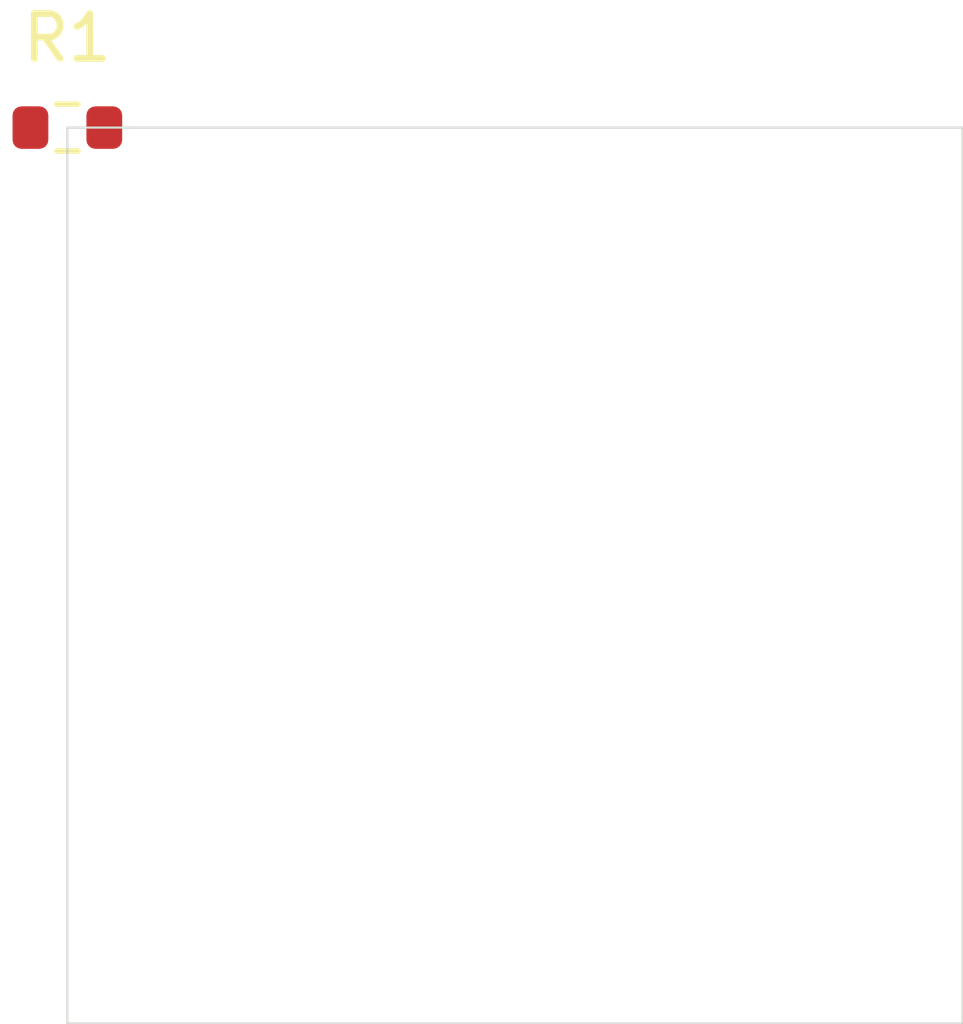
<source format=kicad_pcb>
(kicad_pcb (version 20241229) (generator "pcbnew") (generator_version "9.0")
  (layers (0 "F.Cu" signal) (2 "B.Cu" signal) (13 "F.Paste" user) (15 "B.Paste" user) (5 "F.SilkS" user "F.Silkscreen") (7 "B.SilkS" user "B.Silkscreen") (1 "F.Mask" user) (3 "B.Mask" user) (25 "Edge.Cuts" user))
  (net 0 "")
  (footprint "Resistor_SMD:R_0603_1608Metric" (layer "F.Cu") (at 0.0 0.0)
    (property "Reference" "R1" (at 0 -2 0) (layer "F.SilkS") (effects (font (size 1.0 1.0))))
    (property "Value" "10k")
    (fp_line (start -0.237258 -0.5225) (end 0.237258 -0.5225) (stroke (width 0.12)) (layer "F.SilkS"))
    (fp_line (start -0.237258 0.5225) (end 0.237258 0.5225) (stroke (width 0.12)) (layer "F.SilkS"))
    (pad "1" smd roundrect (at -0.825 0.0) (size 0.8 0.95) (layers "F.Cu" "F.Mask" "F.Paste"))
    (pad "2" smd roundrect (at 0.825 0.0) (size 0.8 0.95) (layers "F.Cu" "F.Mask" "F.Paste"))
  )
  (gr_rect (start 0 0) (end 20.0 20.0) (stroke (width 0.05)) (fill no) (layer "Edge.Cuts"))
)
</source>
